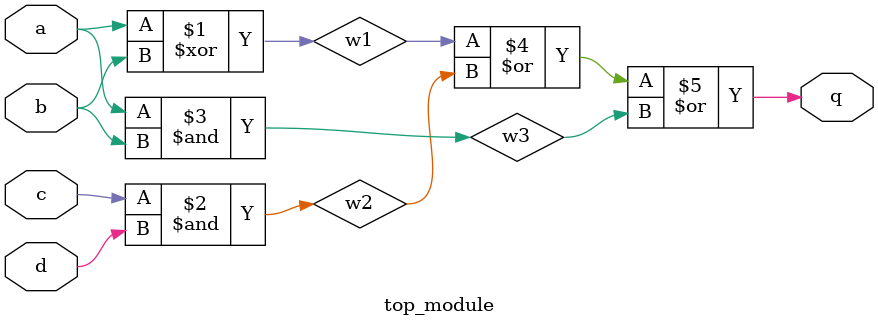
<source format=sv>
module top_module (
    input a,
    input b,
    input c,
    input d,
    output reg q
);

    // Intermediate signals
    reg w1, w2, w3;
    
    // Logic gates
    xor gate1 (w1, a, b);
    and gate2 (w2, c, d);
    and gate3 (w3, a, b);
    or gate4 (q, w1, w2, w3);
  
endmodule

</source>
